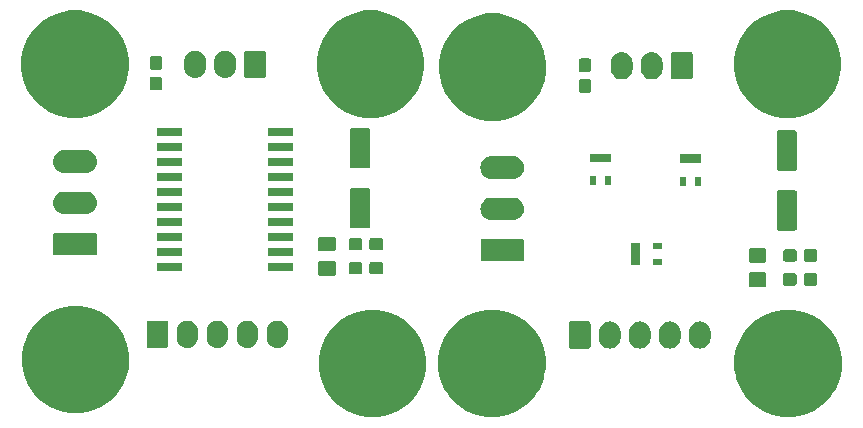
<source format=gts>
G04 #@! TF.GenerationSoftware,KiCad,Pcbnew,5.0.2+dfsg1-1~bpo9+1*
G04 #@! TF.CreationDate,2019-11-03T17:14:50+01:00*
G04 #@! TF.ProjectId,HALF_DUPLEX_UART,48414c46-5f44-4555-904c-45585f554152,rev?*
G04 #@! TF.SameCoordinates,Original*
G04 #@! TF.FileFunction,Soldermask,Top*
G04 #@! TF.FilePolarity,Negative*
%FSLAX46Y46*%
G04 Gerber Fmt 4.6, Leading zero omitted, Abs format (unit mm)*
G04 Created by KiCad (PCBNEW 5.0.2+dfsg1-1~bpo9+1) date dim. 03 nov. 2019 17:14:50 CET*
%MOMM*%
%LPD*%
G01*
G04 APERTURE LIST*
%ADD10C,0.100000*%
G04 APERTURE END LIST*
D10*
G36*
X144646975Y-116210392D02*
X144646977Y-116210393D01*
X144646978Y-116210393D01*
X145475207Y-116553456D01*
X146180906Y-117024990D01*
X146220596Y-117051510D01*
X146854490Y-117685404D01*
X146854492Y-117685407D01*
X147352544Y-118430793D01*
X147695395Y-119258510D01*
X147695608Y-119259025D01*
X147870500Y-120138264D01*
X147870500Y-121034736D01*
X147758763Y-121596475D01*
X147695607Y-121913978D01*
X147352544Y-122742207D01*
X147066639Y-123170093D01*
X146854490Y-123487596D01*
X146220596Y-124121490D01*
X146220593Y-124121492D01*
X145475207Y-124619544D01*
X144646978Y-124962607D01*
X144646977Y-124962607D01*
X144646975Y-124962608D01*
X143767736Y-125137500D01*
X142871264Y-125137500D01*
X141992025Y-124962608D01*
X141992023Y-124962607D01*
X141992022Y-124962607D01*
X141163793Y-124619544D01*
X140418407Y-124121492D01*
X140418404Y-124121490D01*
X139784510Y-123487596D01*
X139572361Y-123170093D01*
X139286456Y-122742207D01*
X138943393Y-121913978D01*
X138880238Y-121596475D01*
X138768500Y-121034736D01*
X138768500Y-120138264D01*
X138943392Y-119259025D01*
X138943605Y-119258510D01*
X139286456Y-118430793D01*
X139784508Y-117685407D01*
X139784510Y-117685404D01*
X140418404Y-117051510D01*
X140458094Y-117024990D01*
X141163793Y-116553456D01*
X141992022Y-116210393D01*
X141992023Y-116210393D01*
X141992025Y-116210392D01*
X142871264Y-116035500D01*
X143767736Y-116035500D01*
X144646975Y-116210392D01*
X144646975Y-116210392D01*
G37*
G36*
X154743475Y-116210392D02*
X154743477Y-116210393D01*
X154743478Y-116210393D01*
X155571707Y-116553456D01*
X156277406Y-117024990D01*
X156317096Y-117051510D01*
X156950990Y-117685404D01*
X156950992Y-117685407D01*
X157449044Y-118430793D01*
X157791895Y-119258510D01*
X157792108Y-119259025D01*
X157967000Y-120138264D01*
X157967000Y-121034736D01*
X157855263Y-121596475D01*
X157792107Y-121913978D01*
X157449044Y-122742207D01*
X157163139Y-123170093D01*
X156950990Y-123487596D01*
X156317096Y-124121490D01*
X156317093Y-124121492D01*
X155571707Y-124619544D01*
X154743478Y-124962607D01*
X154743477Y-124962607D01*
X154743475Y-124962608D01*
X153864236Y-125137500D01*
X152967764Y-125137500D01*
X152088525Y-124962608D01*
X152088523Y-124962607D01*
X152088522Y-124962607D01*
X151260293Y-124619544D01*
X150514907Y-124121492D01*
X150514904Y-124121490D01*
X149881010Y-123487596D01*
X149668861Y-123170093D01*
X149382956Y-122742207D01*
X149039893Y-121913978D01*
X148976738Y-121596475D01*
X148865000Y-121034736D01*
X148865000Y-120138264D01*
X149039892Y-119259025D01*
X149040105Y-119258510D01*
X149382956Y-118430793D01*
X149881008Y-117685407D01*
X149881010Y-117685404D01*
X150514904Y-117051510D01*
X150554594Y-117024990D01*
X151260293Y-116553456D01*
X152088522Y-116210393D01*
X152088523Y-116210393D01*
X152088525Y-116210392D01*
X152967764Y-116035500D01*
X153864236Y-116035500D01*
X154743475Y-116210392D01*
X154743475Y-116210392D01*
G37*
G36*
X179825975Y-116210392D02*
X179825977Y-116210393D01*
X179825978Y-116210393D01*
X180654207Y-116553456D01*
X181359906Y-117024990D01*
X181399596Y-117051510D01*
X182033490Y-117685404D01*
X182033492Y-117685407D01*
X182531544Y-118430793D01*
X182874395Y-119258510D01*
X182874608Y-119259025D01*
X183049500Y-120138264D01*
X183049500Y-121034736D01*
X182937763Y-121596475D01*
X182874607Y-121913978D01*
X182531544Y-122742207D01*
X182245639Y-123170093D01*
X182033490Y-123487596D01*
X181399596Y-124121490D01*
X181399593Y-124121492D01*
X180654207Y-124619544D01*
X179825978Y-124962607D01*
X179825977Y-124962607D01*
X179825975Y-124962608D01*
X178946736Y-125137500D01*
X178050264Y-125137500D01*
X177171025Y-124962608D01*
X177171023Y-124962607D01*
X177171022Y-124962607D01*
X176342793Y-124619544D01*
X175597407Y-124121492D01*
X175597404Y-124121490D01*
X174963510Y-123487596D01*
X174751361Y-123170093D01*
X174465456Y-122742207D01*
X174122393Y-121913978D01*
X174059238Y-121596475D01*
X173947500Y-121034736D01*
X173947500Y-120138264D01*
X174122392Y-119259025D01*
X174122605Y-119258510D01*
X174465456Y-118430793D01*
X174963508Y-117685407D01*
X174963510Y-117685404D01*
X175597404Y-117051510D01*
X175637094Y-117024990D01*
X176342793Y-116553456D01*
X177171022Y-116210393D01*
X177171023Y-116210393D01*
X177171025Y-116210392D01*
X178050264Y-116035500D01*
X178946736Y-116035500D01*
X179825975Y-116210392D01*
X179825975Y-116210392D01*
G37*
G36*
X119500975Y-115892892D02*
X119500977Y-115892893D01*
X119500978Y-115892893D01*
X120329207Y-116235956D01*
X121071227Y-116731759D01*
X121074596Y-116734010D01*
X121708490Y-117367904D01*
X121708492Y-117367907D01*
X122206544Y-118113293D01*
X122473448Y-118757658D01*
X122549608Y-118941525D01*
X122724500Y-119820764D01*
X122724500Y-120717236D01*
X122661346Y-121034734D01*
X122549607Y-121596478D01*
X122206544Y-122424707D01*
X121710741Y-123166727D01*
X121708490Y-123170096D01*
X121074596Y-123803990D01*
X121074593Y-123803992D01*
X120329207Y-124302044D01*
X119500978Y-124645107D01*
X119500977Y-124645107D01*
X119500975Y-124645108D01*
X118621736Y-124820000D01*
X117725264Y-124820000D01*
X116846025Y-124645108D01*
X116846023Y-124645107D01*
X116846022Y-124645107D01*
X116017793Y-124302044D01*
X115272407Y-123803992D01*
X115272404Y-123803990D01*
X114638510Y-123170096D01*
X114636259Y-123166727D01*
X114140456Y-122424707D01*
X113797393Y-121596478D01*
X113685655Y-121034734D01*
X113622500Y-120717236D01*
X113622500Y-119820764D01*
X113797392Y-118941525D01*
X113873552Y-118757658D01*
X114140456Y-118113293D01*
X114638508Y-117367907D01*
X114638510Y-117367904D01*
X115272404Y-116734010D01*
X115275773Y-116731759D01*
X116017793Y-116235956D01*
X116846022Y-115892893D01*
X116846023Y-115892893D01*
X116846025Y-115892892D01*
X117725264Y-115718000D01*
X118621736Y-115718000D01*
X119500975Y-115892892D01*
X119500975Y-115892892D01*
G37*
G36*
X171186047Y-117035826D02*
X171290847Y-117067617D01*
X171359657Y-117088490D01*
X171418014Y-117119683D01*
X171519655Y-117174011D01*
X171659896Y-117289104D01*
X171774989Y-117429344D01*
X171814798Y-117503821D01*
X171860510Y-117589342D01*
X171878065Y-117647213D01*
X171913174Y-117762952D01*
X171926500Y-117898256D01*
X171926500Y-118448743D01*
X171913174Y-118584048D01*
X171860510Y-118757657D01*
X171774989Y-118917656D01*
X171659896Y-119057896D01*
X171519656Y-119172989D01*
X171501615Y-119182632D01*
X171359658Y-119258510D01*
X171313051Y-119272648D01*
X171186048Y-119311174D01*
X171005500Y-119328956D01*
X170824953Y-119311174D01*
X170697950Y-119272648D01*
X170651343Y-119258510D01*
X170509386Y-119182632D01*
X170491345Y-119172989D01*
X170351105Y-119057896D01*
X170236012Y-118917656D01*
X170196203Y-118843180D01*
X170150490Y-118757658D01*
X170131227Y-118694157D01*
X170097826Y-118584048D01*
X170084500Y-118448744D01*
X170084500Y-117898257D01*
X170097826Y-117762953D01*
X170150490Y-117589344D01*
X170150490Y-117589343D01*
X170184432Y-117525842D01*
X170236011Y-117429345D01*
X170351104Y-117289104D01*
X170491344Y-117174011D01*
X170587948Y-117122375D01*
X170651342Y-117088490D01*
X170720152Y-117067617D01*
X170824952Y-117035826D01*
X171005500Y-117018044D01*
X171186047Y-117035826D01*
X171186047Y-117035826D01*
G37*
G36*
X166106047Y-117035826D02*
X166210847Y-117067617D01*
X166279657Y-117088490D01*
X166338014Y-117119683D01*
X166439655Y-117174011D01*
X166579896Y-117289104D01*
X166694989Y-117429344D01*
X166734798Y-117503821D01*
X166780510Y-117589342D01*
X166798065Y-117647213D01*
X166833174Y-117762952D01*
X166846500Y-117898256D01*
X166846500Y-118448743D01*
X166833174Y-118584048D01*
X166780510Y-118757657D01*
X166694989Y-118917656D01*
X166579896Y-119057896D01*
X166439656Y-119172989D01*
X166421615Y-119182632D01*
X166279658Y-119258510D01*
X166233051Y-119272648D01*
X166106048Y-119311174D01*
X165925500Y-119328956D01*
X165744953Y-119311174D01*
X165617950Y-119272648D01*
X165571343Y-119258510D01*
X165429386Y-119182632D01*
X165411345Y-119172989D01*
X165271105Y-119057896D01*
X165156012Y-118917656D01*
X165116203Y-118843180D01*
X165070490Y-118757658D01*
X165051227Y-118694157D01*
X165017826Y-118584048D01*
X165004500Y-118448744D01*
X165004500Y-117898257D01*
X165017826Y-117762953D01*
X165070490Y-117589344D01*
X165070490Y-117589343D01*
X165104432Y-117525842D01*
X165156011Y-117429345D01*
X165271104Y-117289104D01*
X165411344Y-117174011D01*
X165507948Y-117122375D01*
X165571342Y-117088490D01*
X165640152Y-117067617D01*
X165744952Y-117035826D01*
X165925500Y-117018044D01*
X166106047Y-117035826D01*
X166106047Y-117035826D01*
G37*
G36*
X163566047Y-117035826D02*
X163670847Y-117067617D01*
X163739657Y-117088490D01*
X163798014Y-117119683D01*
X163899655Y-117174011D01*
X164039896Y-117289104D01*
X164154989Y-117429344D01*
X164194798Y-117503821D01*
X164240510Y-117589342D01*
X164258065Y-117647213D01*
X164293174Y-117762952D01*
X164306500Y-117898256D01*
X164306500Y-118448743D01*
X164293174Y-118584048D01*
X164240510Y-118757657D01*
X164154989Y-118917656D01*
X164039896Y-119057896D01*
X163899656Y-119172989D01*
X163881615Y-119182632D01*
X163739658Y-119258510D01*
X163693051Y-119272648D01*
X163566048Y-119311174D01*
X163385500Y-119328956D01*
X163204953Y-119311174D01*
X163077950Y-119272648D01*
X163031343Y-119258510D01*
X162889386Y-119182632D01*
X162871345Y-119172989D01*
X162731105Y-119057896D01*
X162616012Y-118917656D01*
X162576203Y-118843180D01*
X162530490Y-118757658D01*
X162511227Y-118694157D01*
X162477826Y-118584048D01*
X162464500Y-118448744D01*
X162464500Y-117898257D01*
X162477826Y-117762953D01*
X162530490Y-117589344D01*
X162530490Y-117589343D01*
X162564432Y-117525842D01*
X162616011Y-117429345D01*
X162731104Y-117289104D01*
X162871344Y-117174011D01*
X162967948Y-117122375D01*
X163031342Y-117088490D01*
X163100152Y-117067617D01*
X163204952Y-117035826D01*
X163385500Y-117018044D01*
X163566047Y-117035826D01*
X163566047Y-117035826D01*
G37*
G36*
X168646047Y-117035826D02*
X168750847Y-117067617D01*
X168819657Y-117088490D01*
X168878014Y-117119683D01*
X168979655Y-117174011D01*
X169119896Y-117289104D01*
X169234989Y-117429344D01*
X169274798Y-117503821D01*
X169320510Y-117589342D01*
X169338065Y-117647213D01*
X169373174Y-117762952D01*
X169386500Y-117898256D01*
X169386500Y-118448743D01*
X169373174Y-118584048D01*
X169320510Y-118757657D01*
X169234989Y-118917656D01*
X169119896Y-119057896D01*
X168979656Y-119172989D01*
X168961615Y-119182632D01*
X168819658Y-119258510D01*
X168773051Y-119272648D01*
X168646048Y-119311174D01*
X168465500Y-119328956D01*
X168284953Y-119311174D01*
X168157950Y-119272648D01*
X168111343Y-119258510D01*
X167969386Y-119182632D01*
X167951345Y-119172989D01*
X167811105Y-119057896D01*
X167696012Y-118917656D01*
X167656203Y-118843180D01*
X167610490Y-118757658D01*
X167591227Y-118694157D01*
X167557826Y-118584048D01*
X167544500Y-118448744D01*
X167544500Y-117898257D01*
X167557826Y-117762953D01*
X167610490Y-117589344D01*
X167610490Y-117589343D01*
X167644432Y-117525842D01*
X167696011Y-117429345D01*
X167811104Y-117289104D01*
X167951344Y-117174011D01*
X168047948Y-117122375D01*
X168111342Y-117088490D01*
X168180152Y-117067617D01*
X168284952Y-117035826D01*
X168465500Y-117018044D01*
X168646047Y-117035826D01*
X168646047Y-117035826D01*
G37*
G36*
X161625060Y-117026466D02*
X161657883Y-117036423D01*
X161688132Y-117052592D01*
X161714648Y-117074352D01*
X161736408Y-117100868D01*
X161752577Y-117131117D01*
X161762534Y-117163940D01*
X161766500Y-117204212D01*
X161766500Y-119142788D01*
X161762534Y-119183060D01*
X161752577Y-119215883D01*
X161736408Y-119246132D01*
X161714648Y-119272648D01*
X161688132Y-119294408D01*
X161657883Y-119310577D01*
X161625060Y-119320534D01*
X161584788Y-119324500D01*
X160106212Y-119324500D01*
X160065940Y-119320534D01*
X160033117Y-119310577D01*
X160002868Y-119294408D01*
X159976352Y-119272648D01*
X159954592Y-119246132D01*
X159938423Y-119215883D01*
X159928466Y-119183060D01*
X159924500Y-119142788D01*
X159924500Y-117204212D01*
X159928466Y-117163940D01*
X159938423Y-117131117D01*
X159954592Y-117100868D01*
X159976352Y-117074352D01*
X160002868Y-117052592D01*
X160033117Y-117036423D01*
X160065940Y-117026466D01*
X160106212Y-117022500D01*
X161584788Y-117022500D01*
X161625060Y-117026466D01*
X161625060Y-117026466D01*
G37*
G36*
X127815547Y-116972326D02*
X127931286Y-117007435D01*
X127989157Y-117024990D01*
X128038768Y-117051508D01*
X128149155Y-117110511D01*
X128289396Y-117225604D01*
X128404489Y-117365844D01*
X128438430Y-117429343D01*
X128490010Y-117525842D01*
X128507565Y-117583713D01*
X128542674Y-117699452D01*
X128556000Y-117834756D01*
X128556000Y-118385243D01*
X128542674Y-118520548D01*
X128490010Y-118694157D01*
X128404489Y-118854156D01*
X128289396Y-118994396D01*
X128149156Y-119109489D01*
X128130314Y-119119560D01*
X127989158Y-119195010D01*
X127950027Y-119206880D01*
X127815548Y-119247674D01*
X127635000Y-119265456D01*
X127454453Y-119247674D01*
X127319974Y-119206880D01*
X127280843Y-119195010D01*
X127139687Y-119119560D01*
X127120845Y-119109489D01*
X126980605Y-118994396D01*
X126865512Y-118854156D01*
X126813932Y-118757657D01*
X126779990Y-118694158D01*
X126746588Y-118584045D01*
X126727326Y-118520548D01*
X126714000Y-118385244D01*
X126714000Y-117834757D01*
X126727326Y-117699453D01*
X126779990Y-117525844D01*
X126779990Y-117525843D01*
X126831570Y-117429345D01*
X126865511Y-117365845D01*
X126980604Y-117225604D01*
X127120844Y-117110511D01*
X127231231Y-117051508D01*
X127280842Y-117024990D01*
X127338713Y-117007435D01*
X127454452Y-116972326D01*
X127635000Y-116954544D01*
X127815547Y-116972326D01*
X127815547Y-116972326D01*
G37*
G36*
X130355547Y-116972326D02*
X130471286Y-117007435D01*
X130529157Y-117024990D01*
X130578768Y-117051508D01*
X130689155Y-117110511D01*
X130829396Y-117225604D01*
X130944489Y-117365844D01*
X130978430Y-117429343D01*
X131030010Y-117525842D01*
X131047565Y-117583713D01*
X131082674Y-117699452D01*
X131096000Y-117834756D01*
X131096000Y-118385243D01*
X131082674Y-118520548D01*
X131030010Y-118694157D01*
X130944489Y-118854156D01*
X130829396Y-118994396D01*
X130689156Y-119109489D01*
X130670314Y-119119560D01*
X130529158Y-119195010D01*
X130490027Y-119206880D01*
X130355548Y-119247674D01*
X130175000Y-119265456D01*
X129994453Y-119247674D01*
X129859974Y-119206880D01*
X129820843Y-119195010D01*
X129679687Y-119119560D01*
X129660845Y-119109489D01*
X129520605Y-118994396D01*
X129405512Y-118854156D01*
X129353932Y-118757657D01*
X129319990Y-118694158D01*
X129286588Y-118584045D01*
X129267326Y-118520548D01*
X129254000Y-118385244D01*
X129254000Y-117834757D01*
X129267326Y-117699453D01*
X129319990Y-117525844D01*
X129319990Y-117525843D01*
X129371570Y-117429345D01*
X129405511Y-117365845D01*
X129520604Y-117225604D01*
X129660844Y-117110511D01*
X129771231Y-117051508D01*
X129820842Y-117024990D01*
X129878713Y-117007435D01*
X129994452Y-116972326D01*
X130175000Y-116954544D01*
X130355547Y-116972326D01*
X130355547Y-116972326D01*
G37*
G36*
X132895547Y-116972326D02*
X133011286Y-117007435D01*
X133069157Y-117024990D01*
X133118768Y-117051508D01*
X133229155Y-117110511D01*
X133369396Y-117225604D01*
X133484489Y-117365844D01*
X133518430Y-117429343D01*
X133570010Y-117525842D01*
X133587565Y-117583713D01*
X133622674Y-117699452D01*
X133636000Y-117834756D01*
X133636000Y-118385243D01*
X133622674Y-118520548D01*
X133570010Y-118694157D01*
X133484489Y-118854156D01*
X133369396Y-118994396D01*
X133229156Y-119109489D01*
X133210314Y-119119560D01*
X133069158Y-119195010D01*
X133030027Y-119206880D01*
X132895548Y-119247674D01*
X132715000Y-119265456D01*
X132534453Y-119247674D01*
X132399974Y-119206880D01*
X132360843Y-119195010D01*
X132219687Y-119119560D01*
X132200845Y-119109489D01*
X132060605Y-118994396D01*
X131945512Y-118854156D01*
X131893932Y-118757657D01*
X131859990Y-118694158D01*
X131826588Y-118584045D01*
X131807326Y-118520548D01*
X131794000Y-118385244D01*
X131794000Y-117834757D01*
X131807326Y-117699453D01*
X131859990Y-117525844D01*
X131859990Y-117525843D01*
X131911570Y-117429345D01*
X131945511Y-117365845D01*
X132060604Y-117225604D01*
X132200844Y-117110511D01*
X132311231Y-117051508D01*
X132360842Y-117024990D01*
X132418713Y-117007435D01*
X132534452Y-116972326D01*
X132715000Y-116954544D01*
X132895547Y-116972326D01*
X132895547Y-116972326D01*
G37*
G36*
X135435547Y-116972326D02*
X135551286Y-117007435D01*
X135609157Y-117024990D01*
X135658768Y-117051508D01*
X135769155Y-117110511D01*
X135909396Y-117225604D01*
X136024489Y-117365844D01*
X136058430Y-117429343D01*
X136110010Y-117525842D01*
X136127565Y-117583713D01*
X136162674Y-117699452D01*
X136176000Y-117834756D01*
X136176000Y-118385243D01*
X136162674Y-118520548D01*
X136110010Y-118694157D01*
X136024489Y-118854156D01*
X135909396Y-118994396D01*
X135769156Y-119109489D01*
X135750314Y-119119560D01*
X135609158Y-119195010D01*
X135570027Y-119206880D01*
X135435548Y-119247674D01*
X135255000Y-119265456D01*
X135074453Y-119247674D01*
X134939974Y-119206880D01*
X134900843Y-119195010D01*
X134759687Y-119119560D01*
X134740845Y-119109489D01*
X134600605Y-118994396D01*
X134485512Y-118854156D01*
X134433932Y-118757657D01*
X134399990Y-118694158D01*
X134366588Y-118584045D01*
X134347326Y-118520548D01*
X134334000Y-118385244D01*
X134334000Y-117834757D01*
X134347326Y-117699453D01*
X134399990Y-117525844D01*
X134399990Y-117525843D01*
X134451570Y-117429345D01*
X134485511Y-117365845D01*
X134600604Y-117225604D01*
X134740844Y-117110511D01*
X134851231Y-117051508D01*
X134900842Y-117024990D01*
X134958713Y-117007435D01*
X135074452Y-116972326D01*
X135255000Y-116954544D01*
X135435547Y-116972326D01*
X135435547Y-116972326D01*
G37*
G36*
X125874560Y-116962966D02*
X125907383Y-116972923D01*
X125937632Y-116989092D01*
X125964148Y-117010852D01*
X125985908Y-117037368D01*
X126002077Y-117067617D01*
X126012034Y-117100440D01*
X126016000Y-117140712D01*
X126016000Y-119079288D01*
X126012034Y-119119560D01*
X126002077Y-119152383D01*
X125985908Y-119182632D01*
X125964148Y-119209148D01*
X125937632Y-119230908D01*
X125907383Y-119247077D01*
X125874560Y-119257034D01*
X125834288Y-119261000D01*
X124355712Y-119261000D01*
X124315440Y-119257034D01*
X124282617Y-119247077D01*
X124252368Y-119230908D01*
X124225852Y-119209148D01*
X124204092Y-119182632D01*
X124187923Y-119152383D01*
X124177966Y-119119560D01*
X124174000Y-119079288D01*
X124174000Y-117140712D01*
X124177966Y-117100440D01*
X124187923Y-117067617D01*
X124204092Y-117037368D01*
X124225852Y-117010852D01*
X124252368Y-116989092D01*
X124282617Y-116972923D01*
X124315440Y-116962966D01*
X124355712Y-116959000D01*
X125834288Y-116959000D01*
X125874560Y-116962966D01*
X125874560Y-116962966D01*
G37*
G36*
X176483677Y-112861965D02*
X176521364Y-112873398D01*
X176556103Y-112891966D01*
X176586548Y-112916952D01*
X176611534Y-112947397D01*
X176630102Y-112982136D01*
X176641535Y-113019823D01*
X176646000Y-113065161D01*
X176646000Y-113901839D01*
X176641535Y-113947177D01*
X176630102Y-113984864D01*
X176611534Y-114019603D01*
X176586548Y-114050048D01*
X176556103Y-114075034D01*
X176521364Y-114093602D01*
X176483677Y-114105035D01*
X176438339Y-114109500D01*
X175351661Y-114109500D01*
X175306323Y-114105035D01*
X175268636Y-114093602D01*
X175233897Y-114075034D01*
X175203452Y-114050048D01*
X175178466Y-114019603D01*
X175159898Y-113984864D01*
X175148465Y-113947177D01*
X175144000Y-113901839D01*
X175144000Y-113065161D01*
X175148465Y-113019823D01*
X175159898Y-112982136D01*
X175178466Y-112947397D01*
X175203452Y-112916952D01*
X175233897Y-112891966D01*
X175268636Y-112873398D01*
X175306323Y-112861965D01*
X175351661Y-112857500D01*
X176438339Y-112857500D01*
X176483677Y-112861965D01*
X176483677Y-112861965D01*
G37*
G36*
X180803999Y-112952945D02*
X180841493Y-112964319D01*
X180876057Y-112982794D01*
X180906347Y-113007653D01*
X180931206Y-113037943D01*
X180949681Y-113072507D01*
X180961055Y-113110001D01*
X180965500Y-113155138D01*
X180965500Y-113793862D01*
X180961055Y-113838999D01*
X180949681Y-113876493D01*
X180931206Y-113911057D01*
X180906347Y-113941347D01*
X180876057Y-113966206D01*
X180841493Y-113984681D01*
X180803999Y-113996055D01*
X180758862Y-114000500D01*
X180020138Y-114000500D01*
X179975001Y-113996055D01*
X179937507Y-113984681D01*
X179902943Y-113966206D01*
X179872653Y-113941347D01*
X179847794Y-113911057D01*
X179829319Y-113876493D01*
X179817945Y-113838999D01*
X179813500Y-113793862D01*
X179813500Y-113155138D01*
X179817945Y-113110001D01*
X179829319Y-113072507D01*
X179847794Y-113037943D01*
X179872653Y-113007653D01*
X179902943Y-112982794D01*
X179937507Y-112964319D01*
X179975001Y-112952945D01*
X180020138Y-112948500D01*
X180758862Y-112948500D01*
X180803999Y-112952945D01*
X180803999Y-112952945D01*
G37*
G36*
X179053999Y-112952945D02*
X179091493Y-112964319D01*
X179126057Y-112982794D01*
X179156347Y-113007653D01*
X179181206Y-113037943D01*
X179199681Y-113072507D01*
X179211055Y-113110001D01*
X179215500Y-113155138D01*
X179215500Y-113793862D01*
X179211055Y-113838999D01*
X179199681Y-113876493D01*
X179181206Y-113911057D01*
X179156347Y-113941347D01*
X179126057Y-113966206D01*
X179091493Y-113984681D01*
X179053999Y-113996055D01*
X179008862Y-114000500D01*
X178270138Y-114000500D01*
X178225001Y-113996055D01*
X178187507Y-113984681D01*
X178152943Y-113966206D01*
X178122653Y-113941347D01*
X178097794Y-113911057D01*
X178079319Y-113876493D01*
X178067945Y-113838999D01*
X178063500Y-113793862D01*
X178063500Y-113155138D01*
X178067945Y-113110001D01*
X178079319Y-113072507D01*
X178097794Y-113037943D01*
X178122653Y-113007653D01*
X178152943Y-112982794D01*
X178187507Y-112964319D01*
X178225001Y-112952945D01*
X178270138Y-112948500D01*
X179008862Y-112948500D01*
X179053999Y-112952945D01*
X179053999Y-112952945D01*
G37*
G36*
X140034677Y-111909465D02*
X140072364Y-111920898D01*
X140107103Y-111939466D01*
X140137548Y-111964452D01*
X140162534Y-111994897D01*
X140181102Y-112029636D01*
X140192535Y-112067323D01*
X140197000Y-112112661D01*
X140197000Y-112949339D01*
X140192535Y-112994677D01*
X140181102Y-113032364D01*
X140162534Y-113067103D01*
X140137548Y-113097548D01*
X140107103Y-113122534D01*
X140072364Y-113141102D01*
X140034677Y-113152535D01*
X139989339Y-113157000D01*
X138902661Y-113157000D01*
X138857323Y-113152535D01*
X138819636Y-113141102D01*
X138784897Y-113122534D01*
X138754452Y-113097548D01*
X138729466Y-113067103D01*
X138710898Y-113032364D01*
X138699465Y-112994677D01*
X138695000Y-112949339D01*
X138695000Y-112112661D01*
X138699465Y-112067323D01*
X138710898Y-112029636D01*
X138729466Y-111994897D01*
X138754452Y-111964452D01*
X138784897Y-111939466D01*
X138819636Y-111920898D01*
X138857323Y-111909465D01*
X138902661Y-111905000D01*
X139989339Y-111905000D01*
X140034677Y-111909465D01*
X140034677Y-111909465D01*
G37*
G36*
X142287499Y-112000445D02*
X142324993Y-112011819D01*
X142359557Y-112030294D01*
X142389847Y-112055153D01*
X142414706Y-112085443D01*
X142433181Y-112120007D01*
X142444555Y-112157501D01*
X142449000Y-112202638D01*
X142449000Y-112841362D01*
X142444555Y-112886499D01*
X142433181Y-112923993D01*
X142414706Y-112958557D01*
X142389847Y-112988847D01*
X142359557Y-113013706D01*
X142324993Y-113032181D01*
X142287499Y-113043555D01*
X142242362Y-113048000D01*
X141503638Y-113048000D01*
X141458501Y-113043555D01*
X141421007Y-113032181D01*
X141386443Y-113013706D01*
X141356153Y-112988847D01*
X141331294Y-112958557D01*
X141312819Y-112923993D01*
X141301445Y-112886499D01*
X141297000Y-112841362D01*
X141297000Y-112202638D01*
X141301445Y-112157501D01*
X141312819Y-112120007D01*
X141331294Y-112085443D01*
X141356153Y-112055153D01*
X141386443Y-112030294D01*
X141421007Y-112011819D01*
X141458501Y-112000445D01*
X141503638Y-111996000D01*
X142242362Y-111996000D01*
X142287499Y-112000445D01*
X142287499Y-112000445D01*
G37*
G36*
X144037499Y-112000445D02*
X144074993Y-112011819D01*
X144109557Y-112030294D01*
X144139847Y-112055153D01*
X144164706Y-112085443D01*
X144183181Y-112120007D01*
X144194555Y-112157501D01*
X144199000Y-112202638D01*
X144199000Y-112841362D01*
X144194555Y-112886499D01*
X144183181Y-112923993D01*
X144164706Y-112958557D01*
X144139847Y-112988847D01*
X144109557Y-113013706D01*
X144074993Y-113032181D01*
X144037499Y-113043555D01*
X143992362Y-113048000D01*
X143253638Y-113048000D01*
X143208501Y-113043555D01*
X143171007Y-113032181D01*
X143136443Y-113013706D01*
X143106153Y-112988847D01*
X143081294Y-112958557D01*
X143062819Y-112923993D01*
X143051445Y-112886499D01*
X143047000Y-112841362D01*
X143047000Y-112202638D01*
X143051445Y-112157501D01*
X143062819Y-112120007D01*
X143081294Y-112085443D01*
X143106153Y-112055153D01*
X143136443Y-112030294D01*
X143171007Y-112011819D01*
X143208501Y-112000445D01*
X143253638Y-111996000D01*
X143992362Y-111996000D01*
X144037499Y-112000445D01*
X144037499Y-112000445D01*
G37*
G36*
X127136000Y-112746000D02*
X125084000Y-112746000D01*
X125084000Y-112044000D01*
X127136000Y-112044000D01*
X127136000Y-112746000D01*
X127136000Y-112746000D01*
G37*
G36*
X136536000Y-112746000D02*
X134484000Y-112746000D01*
X134484000Y-112044000D01*
X136536000Y-112044000D01*
X136536000Y-112746000D01*
X136536000Y-112746000D01*
G37*
G36*
X165923000Y-112216500D02*
X165171000Y-112216500D01*
X165171000Y-110414500D01*
X165923000Y-110414500D01*
X165923000Y-112216500D01*
X165923000Y-112216500D01*
G37*
G36*
X167823000Y-112216500D02*
X167071000Y-112216500D01*
X167071000Y-111714500D01*
X167823000Y-111714500D01*
X167823000Y-112216500D01*
X167823000Y-112216500D01*
G37*
G36*
X176483677Y-110811965D02*
X176521364Y-110823398D01*
X176556103Y-110841966D01*
X176586548Y-110866952D01*
X176611534Y-110897397D01*
X176630102Y-110932136D01*
X176641535Y-110969823D01*
X176646000Y-111015161D01*
X176646000Y-111851839D01*
X176641535Y-111897177D01*
X176630102Y-111934864D01*
X176611534Y-111969603D01*
X176586548Y-112000048D01*
X176556103Y-112025034D01*
X176521364Y-112043602D01*
X176483677Y-112055035D01*
X176438339Y-112059500D01*
X175351661Y-112059500D01*
X175306323Y-112055035D01*
X175268636Y-112043602D01*
X175233897Y-112025034D01*
X175203452Y-112000048D01*
X175178466Y-111969603D01*
X175159898Y-111934864D01*
X175148465Y-111897177D01*
X175144000Y-111851839D01*
X175144000Y-111015161D01*
X175148465Y-110969823D01*
X175159898Y-110932136D01*
X175178466Y-110897397D01*
X175203452Y-110866952D01*
X175233897Y-110841966D01*
X175268636Y-110823398D01*
X175306323Y-110811965D01*
X175351661Y-110807500D01*
X176438339Y-110807500D01*
X176483677Y-110811965D01*
X176483677Y-110811965D01*
G37*
G36*
X179067999Y-110920945D02*
X179105493Y-110932319D01*
X179140057Y-110950794D01*
X179170347Y-110975653D01*
X179195206Y-111005943D01*
X179213681Y-111040507D01*
X179225055Y-111078001D01*
X179229500Y-111123138D01*
X179229500Y-111761862D01*
X179225055Y-111806999D01*
X179213681Y-111844493D01*
X179195206Y-111879057D01*
X179170347Y-111909347D01*
X179140057Y-111934206D01*
X179105493Y-111952681D01*
X179067999Y-111964055D01*
X179022862Y-111968500D01*
X178284138Y-111968500D01*
X178239001Y-111964055D01*
X178201507Y-111952681D01*
X178166943Y-111934206D01*
X178136653Y-111909347D01*
X178111794Y-111879057D01*
X178093319Y-111844493D01*
X178081945Y-111806999D01*
X178077500Y-111761862D01*
X178077500Y-111123138D01*
X178081945Y-111078001D01*
X178093319Y-111040507D01*
X178111794Y-111005943D01*
X178136653Y-110975653D01*
X178166943Y-110950794D01*
X178201507Y-110932319D01*
X178239001Y-110920945D01*
X178284138Y-110916500D01*
X179022862Y-110916500D01*
X179067999Y-110920945D01*
X179067999Y-110920945D01*
G37*
G36*
X180817999Y-110920945D02*
X180855493Y-110932319D01*
X180890057Y-110950794D01*
X180920347Y-110975653D01*
X180945206Y-111005943D01*
X180963681Y-111040507D01*
X180975055Y-111078001D01*
X180979500Y-111123138D01*
X180979500Y-111761862D01*
X180975055Y-111806999D01*
X180963681Y-111844493D01*
X180945206Y-111879057D01*
X180920347Y-111909347D01*
X180890057Y-111934206D01*
X180855493Y-111952681D01*
X180817999Y-111964055D01*
X180772862Y-111968500D01*
X180034138Y-111968500D01*
X179989001Y-111964055D01*
X179951507Y-111952681D01*
X179916943Y-111934206D01*
X179886653Y-111909347D01*
X179861794Y-111879057D01*
X179843319Y-111844493D01*
X179831945Y-111806999D01*
X179827500Y-111761862D01*
X179827500Y-111123138D01*
X179831945Y-111078001D01*
X179843319Y-111040507D01*
X179861794Y-111005943D01*
X179886653Y-110975653D01*
X179916943Y-110950794D01*
X179951507Y-110932319D01*
X179989001Y-110920945D01*
X180034138Y-110916500D01*
X180772862Y-110916500D01*
X180817999Y-110920945D01*
X180817999Y-110920945D01*
G37*
G36*
X156015918Y-110050934D02*
X156048424Y-110060795D01*
X156078383Y-110076808D01*
X156104641Y-110098359D01*
X156126192Y-110124617D01*
X156142205Y-110154576D01*
X156152066Y-110187082D01*
X156156000Y-110227029D01*
X156156000Y-111768971D01*
X156152066Y-111808918D01*
X156142205Y-111841424D01*
X156126192Y-111871383D01*
X156104641Y-111897641D01*
X156078383Y-111919192D01*
X156048424Y-111935205D01*
X156015918Y-111945066D01*
X155975971Y-111949000D01*
X152634029Y-111949000D01*
X152594082Y-111945066D01*
X152561576Y-111935205D01*
X152531617Y-111919192D01*
X152505359Y-111897641D01*
X152483808Y-111871383D01*
X152467795Y-111841424D01*
X152457934Y-111808918D01*
X152454000Y-111768971D01*
X152454000Y-110227029D01*
X152457934Y-110187082D01*
X152467795Y-110154576D01*
X152483808Y-110124617D01*
X152505359Y-110098359D01*
X152531617Y-110076808D01*
X152561576Y-110060795D01*
X152594082Y-110050934D01*
X152634029Y-110047000D01*
X155975971Y-110047000D01*
X156015918Y-110050934D01*
X156015918Y-110050934D01*
G37*
G36*
X127136000Y-111476000D02*
X125084000Y-111476000D01*
X125084000Y-110774000D01*
X127136000Y-110774000D01*
X127136000Y-111476000D01*
X127136000Y-111476000D01*
G37*
G36*
X136536000Y-111476000D02*
X134484000Y-111476000D01*
X134484000Y-110774000D01*
X136536000Y-110774000D01*
X136536000Y-111476000D01*
X136536000Y-111476000D01*
G37*
G36*
X119820918Y-109542934D02*
X119853424Y-109552795D01*
X119883383Y-109568808D01*
X119909641Y-109590359D01*
X119931192Y-109616617D01*
X119947205Y-109646576D01*
X119957066Y-109679082D01*
X119961000Y-109719029D01*
X119961000Y-111260971D01*
X119957066Y-111300918D01*
X119947205Y-111333424D01*
X119931192Y-111363383D01*
X119909641Y-111389641D01*
X119883383Y-111411192D01*
X119853424Y-111427205D01*
X119820918Y-111437066D01*
X119780971Y-111441000D01*
X116439029Y-111441000D01*
X116399082Y-111437066D01*
X116366576Y-111427205D01*
X116336617Y-111411192D01*
X116310359Y-111389641D01*
X116288808Y-111363383D01*
X116272795Y-111333424D01*
X116262934Y-111300918D01*
X116259000Y-111260971D01*
X116259000Y-109719029D01*
X116262934Y-109679082D01*
X116272795Y-109646576D01*
X116288808Y-109616617D01*
X116310359Y-109590359D01*
X116336617Y-109568808D01*
X116366576Y-109552795D01*
X116399082Y-109542934D01*
X116439029Y-109539000D01*
X119780971Y-109539000D01*
X119820918Y-109542934D01*
X119820918Y-109542934D01*
G37*
G36*
X140034677Y-109859465D02*
X140072364Y-109870898D01*
X140107103Y-109889466D01*
X140137548Y-109914452D01*
X140162534Y-109944897D01*
X140181102Y-109979636D01*
X140192535Y-110017323D01*
X140197000Y-110062661D01*
X140197000Y-110899339D01*
X140192535Y-110944677D01*
X140181102Y-110982364D01*
X140162534Y-111017103D01*
X140137548Y-111047548D01*
X140107103Y-111072534D01*
X140072364Y-111091102D01*
X140034677Y-111102535D01*
X139989339Y-111107000D01*
X138902661Y-111107000D01*
X138857323Y-111102535D01*
X138819636Y-111091102D01*
X138784897Y-111072534D01*
X138754452Y-111047548D01*
X138729466Y-111017103D01*
X138710898Y-110982364D01*
X138699465Y-110944677D01*
X138695000Y-110899339D01*
X138695000Y-110062661D01*
X138699465Y-110017323D01*
X138710898Y-109979636D01*
X138729466Y-109944897D01*
X138754452Y-109914452D01*
X138784897Y-109889466D01*
X138819636Y-109870898D01*
X138857323Y-109859465D01*
X138902661Y-109855000D01*
X139989339Y-109855000D01*
X140034677Y-109859465D01*
X140034677Y-109859465D01*
G37*
G36*
X142287499Y-109968445D02*
X142324993Y-109979819D01*
X142359557Y-109998294D01*
X142389847Y-110023153D01*
X142414706Y-110053443D01*
X142433181Y-110088007D01*
X142444555Y-110125501D01*
X142449000Y-110170638D01*
X142449000Y-110809362D01*
X142444555Y-110854499D01*
X142433181Y-110891993D01*
X142414706Y-110926557D01*
X142389847Y-110956847D01*
X142359557Y-110981706D01*
X142324993Y-111000181D01*
X142287499Y-111011555D01*
X142242362Y-111016000D01*
X141503638Y-111016000D01*
X141458501Y-111011555D01*
X141421007Y-111000181D01*
X141386443Y-110981706D01*
X141356153Y-110956847D01*
X141331294Y-110926557D01*
X141312819Y-110891993D01*
X141301445Y-110854499D01*
X141297000Y-110809362D01*
X141297000Y-110170638D01*
X141301445Y-110125501D01*
X141312819Y-110088007D01*
X141331294Y-110053443D01*
X141356153Y-110023153D01*
X141386443Y-109998294D01*
X141421007Y-109979819D01*
X141458501Y-109968445D01*
X141503638Y-109964000D01*
X142242362Y-109964000D01*
X142287499Y-109968445D01*
X142287499Y-109968445D01*
G37*
G36*
X144037499Y-109968445D02*
X144074993Y-109979819D01*
X144109557Y-109998294D01*
X144139847Y-110023153D01*
X144164706Y-110053443D01*
X144183181Y-110088007D01*
X144194555Y-110125501D01*
X144199000Y-110170638D01*
X144199000Y-110809362D01*
X144194555Y-110854499D01*
X144183181Y-110891993D01*
X144164706Y-110926557D01*
X144139847Y-110956847D01*
X144109557Y-110981706D01*
X144074993Y-111000181D01*
X144037499Y-111011555D01*
X143992362Y-111016000D01*
X143253638Y-111016000D01*
X143208501Y-111011555D01*
X143171007Y-111000181D01*
X143136443Y-110981706D01*
X143106153Y-110956847D01*
X143081294Y-110926557D01*
X143062819Y-110891993D01*
X143051445Y-110854499D01*
X143047000Y-110809362D01*
X143047000Y-110170638D01*
X143051445Y-110125501D01*
X143062819Y-110088007D01*
X143081294Y-110053443D01*
X143106153Y-110023153D01*
X143136443Y-109998294D01*
X143171007Y-109979819D01*
X143208501Y-109968445D01*
X143253638Y-109964000D01*
X143992362Y-109964000D01*
X144037499Y-109968445D01*
X144037499Y-109968445D01*
G37*
G36*
X167823000Y-110916500D02*
X167071000Y-110916500D01*
X167071000Y-110414500D01*
X167823000Y-110414500D01*
X167823000Y-110916500D01*
X167823000Y-110916500D01*
G37*
G36*
X136536000Y-110206000D02*
X134484000Y-110206000D01*
X134484000Y-109504000D01*
X136536000Y-109504000D01*
X136536000Y-110206000D01*
X136536000Y-110206000D01*
G37*
G36*
X127136000Y-110206000D02*
X125084000Y-110206000D01*
X125084000Y-109504000D01*
X127136000Y-109504000D01*
X127136000Y-110206000D01*
X127136000Y-110206000D01*
G37*
G36*
X179077496Y-105920551D02*
X179111153Y-105930761D01*
X179142167Y-105947338D01*
X179169352Y-105969648D01*
X179191662Y-105996833D01*
X179208239Y-106027847D01*
X179218449Y-106061504D01*
X179222500Y-106102638D01*
X179222500Y-109157362D01*
X179218449Y-109198496D01*
X179208239Y-109232153D01*
X179191662Y-109263167D01*
X179169352Y-109290352D01*
X179142167Y-109312662D01*
X179111153Y-109329239D01*
X179077496Y-109339449D01*
X179036362Y-109343500D01*
X177706638Y-109343500D01*
X177665504Y-109339449D01*
X177631847Y-109329239D01*
X177600833Y-109312662D01*
X177573648Y-109290352D01*
X177551338Y-109263167D01*
X177534761Y-109232153D01*
X177524551Y-109198496D01*
X177520500Y-109157362D01*
X177520500Y-106102638D01*
X177524551Y-106061504D01*
X177534761Y-106027847D01*
X177551338Y-105996833D01*
X177573648Y-105969648D01*
X177600833Y-105947338D01*
X177631847Y-105930761D01*
X177665504Y-105920551D01*
X177706638Y-105916500D01*
X179036362Y-105916500D01*
X179077496Y-105920551D01*
X179077496Y-105920551D01*
G37*
G36*
X142945996Y-105730051D02*
X142979653Y-105740261D01*
X143010667Y-105756838D01*
X143037852Y-105779148D01*
X143060162Y-105806333D01*
X143076739Y-105837347D01*
X143086949Y-105871004D01*
X143091000Y-105912138D01*
X143091000Y-108966862D01*
X143086949Y-109007996D01*
X143076739Y-109041653D01*
X143060162Y-109072667D01*
X143037852Y-109099852D01*
X143010667Y-109122162D01*
X142979653Y-109138739D01*
X142945996Y-109148949D01*
X142904862Y-109153000D01*
X141575138Y-109153000D01*
X141534004Y-109148949D01*
X141500347Y-109138739D01*
X141469333Y-109122162D01*
X141442148Y-109099852D01*
X141419838Y-109072667D01*
X141403261Y-109041653D01*
X141393051Y-109007996D01*
X141389000Y-108966862D01*
X141389000Y-105912138D01*
X141393051Y-105871004D01*
X141403261Y-105837347D01*
X141419838Y-105806333D01*
X141442148Y-105779148D01*
X141469333Y-105756838D01*
X141500347Y-105740261D01*
X141534004Y-105730051D01*
X141575138Y-105726000D01*
X142904862Y-105726000D01*
X142945996Y-105730051D01*
X142945996Y-105730051D01*
G37*
G36*
X136536000Y-108936000D02*
X134484000Y-108936000D01*
X134484000Y-108234000D01*
X136536000Y-108234000D01*
X136536000Y-108936000D01*
X136536000Y-108936000D01*
G37*
G36*
X127136000Y-108936000D02*
X125084000Y-108936000D01*
X125084000Y-108234000D01*
X127136000Y-108234000D01*
X127136000Y-108936000D01*
X127136000Y-108936000D01*
G37*
G36*
X155391425Y-106560760D02*
X155391428Y-106560761D01*
X155391429Y-106560761D01*
X155570693Y-106615140D01*
X155570695Y-106615141D01*
X155735905Y-106703448D01*
X155880712Y-106822288D01*
X155999552Y-106967095D01*
X156087859Y-107132305D01*
X156142240Y-107311575D01*
X156160601Y-107498000D01*
X156142240Y-107684425D01*
X156142239Y-107684428D01*
X156142239Y-107684429D01*
X156111867Y-107784553D01*
X156087859Y-107863695D01*
X155999552Y-108028905D01*
X155880712Y-108173712D01*
X155735905Y-108292552D01*
X155735903Y-108292553D01*
X155570693Y-108380860D01*
X155391429Y-108435239D01*
X155391428Y-108435239D01*
X155391425Y-108435240D01*
X155251718Y-108449000D01*
X153358282Y-108449000D01*
X153218575Y-108435240D01*
X153218572Y-108435239D01*
X153218571Y-108435239D01*
X153039307Y-108380860D01*
X152874097Y-108292553D01*
X152874095Y-108292552D01*
X152729288Y-108173712D01*
X152610448Y-108028905D01*
X152522141Y-107863695D01*
X152498134Y-107784553D01*
X152467761Y-107684429D01*
X152467761Y-107684428D01*
X152467760Y-107684425D01*
X152449399Y-107498000D01*
X152467760Y-107311575D01*
X152522141Y-107132305D01*
X152610448Y-106967095D01*
X152729288Y-106822288D01*
X152874095Y-106703448D01*
X153039305Y-106615141D01*
X153039307Y-106615140D01*
X153218571Y-106560761D01*
X153218572Y-106560761D01*
X153218575Y-106560760D01*
X153358282Y-106547000D01*
X155251718Y-106547000D01*
X155391425Y-106560760D01*
X155391425Y-106560760D01*
G37*
G36*
X119196425Y-106052760D02*
X119196428Y-106052761D01*
X119196429Y-106052761D01*
X119375693Y-106107140D01*
X119375695Y-106107141D01*
X119540905Y-106195448D01*
X119685712Y-106314288D01*
X119804552Y-106459095D01*
X119804553Y-106459097D01*
X119892860Y-106624307D01*
X119916867Y-106703448D01*
X119947240Y-106803575D01*
X119965601Y-106990000D01*
X119947240Y-107176425D01*
X119892859Y-107355695D01*
X119804552Y-107520905D01*
X119685712Y-107665712D01*
X119540905Y-107784552D01*
X119375695Y-107872859D01*
X119375693Y-107872860D01*
X119196429Y-107927239D01*
X119196428Y-107927239D01*
X119196425Y-107927240D01*
X119056718Y-107941000D01*
X117163282Y-107941000D01*
X117023575Y-107927240D01*
X117023572Y-107927239D01*
X117023571Y-107927239D01*
X116844307Y-107872860D01*
X116844305Y-107872859D01*
X116679095Y-107784552D01*
X116534288Y-107665712D01*
X116415448Y-107520905D01*
X116327141Y-107355695D01*
X116272760Y-107176425D01*
X116254399Y-106990000D01*
X116272760Y-106803575D01*
X116303133Y-106703448D01*
X116327140Y-106624307D01*
X116415447Y-106459097D01*
X116415448Y-106459095D01*
X116534288Y-106314288D01*
X116679095Y-106195448D01*
X116844305Y-106107141D01*
X116844307Y-106107140D01*
X117023571Y-106052761D01*
X117023572Y-106052761D01*
X117023575Y-106052760D01*
X117163282Y-106039000D01*
X119056718Y-106039000D01*
X119196425Y-106052760D01*
X119196425Y-106052760D01*
G37*
G36*
X136536000Y-107666000D02*
X134484000Y-107666000D01*
X134484000Y-106964000D01*
X136536000Y-106964000D01*
X136536000Y-107666000D01*
X136536000Y-107666000D01*
G37*
G36*
X127136000Y-107666000D02*
X125084000Y-107666000D01*
X125084000Y-106964000D01*
X127136000Y-106964000D01*
X127136000Y-107666000D01*
X127136000Y-107666000D01*
G37*
G36*
X136536000Y-106396000D02*
X134484000Y-106396000D01*
X134484000Y-105694000D01*
X136536000Y-105694000D01*
X136536000Y-106396000D01*
X136536000Y-106396000D01*
G37*
G36*
X127136000Y-106396000D02*
X125084000Y-106396000D01*
X125084000Y-105694000D01*
X127136000Y-105694000D01*
X127136000Y-106396000D01*
X127136000Y-106396000D01*
G37*
G36*
X171147000Y-105546000D02*
X170645000Y-105546000D01*
X170645000Y-104794000D01*
X171147000Y-104794000D01*
X171147000Y-105546000D01*
X171147000Y-105546000D01*
G37*
G36*
X169847000Y-105546000D02*
X169345000Y-105546000D01*
X169345000Y-104794000D01*
X169847000Y-104794000D01*
X169847000Y-105546000D01*
X169847000Y-105546000D01*
G37*
G36*
X163524500Y-105466000D02*
X163022500Y-105466000D01*
X163022500Y-104714000D01*
X163524500Y-104714000D01*
X163524500Y-105466000D01*
X163524500Y-105466000D01*
G37*
G36*
X162224500Y-105466000D02*
X161722500Y-105466000D01*
X161722500Y-104714000D01*
X162224500Y-104714000D01*
X162224500Y-105466000D01*
X162224500Y-105466000D01*
G37*
G36*
X127136000Y-105126000D02*
X125084000Y-105126000D01*
X125084000Y-104424000D01*
X127136000Y-104424000D01*
X127136000Y-105126000D01*
X127136000Y-105126000D01*
G37*
G36*
X136536000Y-105126000D02*
X134484000Y-105126000D01*
X134484000Y-104424000D01*
X136536000Y-104424000D01*
X136536000Y-105126000D01*
X136536000Y-105126000D01*
G37*
G36*
X155391425Y-103060760D02*
X155391428Y-103060761D01*
X155391429Y-103060761D01*
X155570693Y-103115140D01*
X155570695Y-103115141D01*
X155735905Y-103203448D01*
X155880712Y-103322288D01*
X155999552Y-103467095D01*
X155999553Y-103467097D01*
X156087860Y-103632307D01*
X156101243Y-103676425D01*
X156142240Y-103811575D01*
X156160601Y-103998000D01*
X156142240Y-104184425D01*
X156142239Y-104184428D01*
X156142239Y-104184429D01*
X156111867Y-104284553D01*
X156087859Y-104363695D01*
X155999552Y-104528905D01*
X155880712Y-104673712D01*
X155735905Y-104792552D01*
X155735903Y-104792553D01*
X155570693Y-104880860D01*
X155391429Y-104935239D01*
X155391428Y-104935239D01*
X155391425Y-104935240D01*
X155251718Y-104949000D01*
X153358282Y-104949000D01*
X153218575Y-104935240D01*
X153218572Y-104935239D01*
X153218571Y-104935239D01*
X153039307Y-104880860D01*
X152874097Y-104792553D01*
X152874095Y-104792552D01*
X152729288Y-104673712D01*
X152610448Y-104528905D01*
X152522141Y-104363695D01*
X152498134Y-104284553D01*
X152467761Y-104184429D01*
X152467761Y-104184428D01*
X152467760Y-104184425D01*
X152449399Y-103998000D01*
X152467760Y-103811575D01*
X152508757Y-103676425D01*
X152522140Y-103632307D01*
X152610447Y-103467097D01*
X152610448Y-103467095D01*
X152729288Y-103322288D01*
X152874095Y-103203448D01*
X153039305Y-103115141D01*
X153039307Y-103115140D01*
X153218571Y-103060761D01*
X153218572Y-103060761D01*
X153218575Y-103060760D01*
X153358282Y-103047000D01*
X155251718Y-103047000D01*
X155391425Y-103060760D01*
X155391425Y-103060760D01*
G37*
G36*
X119196425Y-102552760D02*
X119196428Y-102552761D01*
X119196429Y-102552761D01*
X119375693Y-102607140D01*
X119375695Y-102607141D01*
X119540905Y-102695448D01*
X119685712Y-102814288D01*
X119804552Y-102959095D01*
X119804553Y-102959097D01*
X119892860Y-103124307D01*
X119916867Y-103203448D01*
X119947240Y-103303575D01*
X119965601Y-103490000D01*
X119947240Y-103676425D01*
X119892859Y-103855695D01*
X119804552Y-104020905D01*
X119685712Y-104165712D01*
X119540905Y-104284552D01*
X119375695Y-104372859D01*
X119375693Y-104372860D01*
X119196429Y-104427239D01*
X119196428Y-104427239D01*
X119196425Y-104427240D01*
X119056718Y-104441000D01*
X117163282Y-104441000D01*
X117023575Y-104427240D01*
X117023572Y-104427239D01*
X117023571Y-104427239D01*
X116844307Y-104372860D01*
X116844305Y-104372859D01*
X116679095Y-104284552D01*
X116534288Y-104165712D01*
X116415448Y-104020905D01*
X116327141Y-103855695D01*
X116272760Y-103676425D01*
X116254399Y-103490000D01*
X116272760Y-103303575D01*
X116303133Y-103203448D01*
X116327140Y-103124307D01*
X116415447Y-102959097D01*
X116415448Y-102959095D01*
X116534288Y-102814288D01*
X116679095Y-102695448D01*
X116844305Y-102607141D01*
X116844307Y-102607140D01*
X117023571Y-102552761D01*
X117023572Y-102552761D01*
X117023575Y-102552760D01*
X117163282Y-102539000D01*
X119056718Y-102539000D01*
X119196425Y-102552760D01*
X119196425Y-102552760D01*
G37*
G36*
X179077496Y-100845551D02*
X179111153Y-100855761D01*
X179142167Y-100872338D01*
X179169352Y-100894648D01*
X179191662Y-100921833D01*
X179208239Y-100952847D01*
X179218449Y-100986504D01*
X179222500Y-101027638D01*
X179222500Y-104082362D01*
X179218449Y-104123496D01*
X179208239Y-104157153D01*
X179191662Y-104188167D01*
X179169352Y-104215352D01*
X179142167Y-104237662D01*
X179111153Y-104254239D01*
X179077496Y-104264449D01*
X179036362Y-104268500D01*
X177706638Y-104268500D01*
X177665504Y-104264449D01*
X177631847Y-104254239D01*
X177600833Y-104237662D01*
X177573648Y-104215352D01*
X177551338Y-104188167D01*
X177534761Y-104157153D01*
X177524551Y-104123496D01*
X177520500Y-104082362D01*
X177520500Y-101027638D01*
X177524551Y-100986504D01*
X177534761Y-100952847D01*
X177551338Y-100921833D01*
X177573648Y-100894648D01*
X177600833Y-100872338D01*
X177631847Y-100855761D01*
X177665504Y-100845551D01*
X177706638Y-100841500D01*
X179036362Y-100841500D01*
X179077496Y-100845551D01*
X179077496Y-100845551D01*
G37*
G36*
X142945996Y-100655051D02*
X142979653Y-100665261D01*
X143010667Y-100681838D01*
X143037852Y-100704148D01*
X143060162Y-100731333D01*
X143076739Y-100762347D01*
X143086949Y-100796004D01*
X143091000Y-100837138D01*
X143091000Y-103891862D01*
X143086949Y-103932996D01*
X143076739Y-103966653D01*
X143060162Y-103997667D01*
X143037852Y-104024852D01*
X143010667Y-104047162D01*
X142979653Y-104063739D01*
X142945996Y-104073949D01*
X142904862Y-104078000D01*
X141575138Y-104078000D01*
X141534004Y-104073949D01*
X141500347Y-104063739D01*
X141469333Y-104047162D01*
X141442148Y-104024852D01*
X141419838Y-103997667D01*
X141403261Y-103966653D01*
X141393051Y-103932996D01*
X141389000Y-103891862D01*
X141389000Y-100837138D01*
X141393051Y-100796004D01*
X141403261Y-100762347D01*
X141419838Y-100731333D01*
X141442148Y-100704148D01*
X141469333Y-100681838D01*
X141500347Y-100665261D01*
X141534004Y-100655051D01*
X141575138Y-100651000D01*
X142904862Y-100651000D01*
X142945996Y-100655051D01*
X142945996Y-100655051D01*
G37*
G36*
X127136000Y-103856000D02*
X125084000Y-103856000D01*
X125084000Y-103154000D01*
X127136000Y-103154000D01*
X127136000Y-103856000D01*
X127136000Y-103856000D01*
G37*
G36*
X136536000Y-103856000D02*
X134484000Y-103856000D01*
X134484000Y-103154000D01*
X136536000Y-103154000D01*
X136536000Y-103856000D01*
X136536000Y-103856000D01*
G37*
G36*
X171147000Y-103646000D02*
X169345000Y-103646000D01*
X169345000Y-102894000D01*
X171147000Y-102894000D01*
X171147000Y-103646000D01*
X171147000Y-103646000D01*
G37*
G36*
X163524500Y-103566000D02*
X161722500Y-103566000D01*
X161722500Y-102814000D01*
X163524500Y-102814000D01*
X163524500Y-103566000D01*
X163524500Y-103566000D01*
G37*
G36*
X136536000Y-102586000D02*
X134484000Y-102586000D01*
X134484000Y-101884000D01*
X136536000Y-101884000D01*
X136536000Y-102586000D01*
X136536000Y-102586000D01*
G37*
G36*
X127136000Y-102586000D02*
X125084000Y-102586000D01*
X125084000Y-101884000D01*
X127136000Y-101884000D01*
X127136000Y-102586000D01*
X127136000Y-102586000D01*
G37*
G36*
X136536000Y-101316000D02*
X134484000Y-101316000D01*
X134484000Y-100614000D01*
X136536000Y-100614000D01*
X136536000Y-101316000D01*
X136536000Y-101316000D01*
G37*
G36*
X127136000Y-101316000D02*
X125084000Y-101316000D01*
X125084000Y-100614000D01*
X127136000Y-100614000D01*
X127136000Y-101316000D01*
X127136000Y-101316000D01*
G37*
G36*
X154806975Y-91127892D02*
X154806977Y-91127893D01*
X154806978Y-91127893D01*
X155635207Y-91470956D01*
X156377227Y-91966759D01*
X156380596Y-91969010D01*
X157014490Y-92602904D01*
X157014492Y-92602907D01*
X157512544Y-93348293D01*
X157829016Y-94112326D01*
X157855608Y-94176525D01*
X158030500Y-95055764D01*
X158030500Y-95952236D01*
X157889120Y-96663001D01*
X157855607Y-96831478D01*
X157512544Y-97659707D01*
X157016741Y-98401727D01*
X157014490Y-98405096D01*
X156380596Y-99038990D01*
X156380593Y-99038992D01*
X155635207Y-99537044D01*
X154806978Y-99880107D01*
X154806977Y-99880107D01*
X154806975Y-99880108D01*
X153927736Y-100055000D01*
X153031264Y-100055000D01*
X152152025Y-99880108D01*
X152152023Y-99880107D01*
X152152022Y-99880107D01*
X151323793Y-99537044D01*
X150578407Y-99038992D01*
X150578404Y-99038990D01*
X149944510Y-98405096D01*
X149942259Y-98401727D01*
X149446456Y-97659707D01*
X149103393Y-96831478D01*
X149069881Y-96663001D01*
X148928500Y-95952236D01*
X148928500Y-95055764D01*
X149103392Y-94176525D01*
X149129984Y-94112326D01*
X149446456Y-93348293D01*
X149944508Y-92602907D01*
X149944510Y-92602904D01*
X150578404Y-91969010D01*
X150581773Y-91966759D01*
X151323793Y-91470956D01*
X152152022Y-91127893D01*
X152152023Y-91127893D01*
X152152025Y-91127892D01*
X153031264Y-90953000D01*
X153927736Y-90953000D01*
X154806975Y-91127892D01*
X154806975Y-91127892D01*
G37*
G36*
X119437475Y-90873892D02*
X119437477Y-90873893D01*
X119437478Y-90873893D01*
X120265707Y-91216956D01*
X121007727Y-91712759D01*
X121011096Y-91715010D01*
X121644990Y-92348904D01*
X121644992Y-92348907D01*
X122143044Y-93094293D01*
X122486107Y-93922522D01*
X122486108Y-93922525D01*
X122661000Y-94801764D01*
X122661000Y-95698236D01*
X122494399Y-96535794D01*
X122486107Y-96577478D01*
X122143044Y-97405707D01*
X121973326Y-97659707D01*
X121644990Y-98151096D01*
X121011096Y-98784990D01*
X121011093Y-98784992D01*
X120265707Y-99283044D01*
X119437478Y-99626107D01*
X119437477Y-99626107D01*
X119437475Y-99626108D01*
X118558236Y-99801000D01*
X117661764Y-99801000D01*
X116782525Y-99626108D01*
X116782523Y-99626107D01*
X116782522Y-99626107D01*
X115954293Y-99283044D01*
X115208907Y-98784992D01*
X115208904Y-98784990D01*
X114575010Y-98151096D01*
X114246674Y-97659707D01*
X114076956Y-97405707D01*
X113733893Y-96577478D01*
X113725602Y-96535794D01*
X113559000Y-95698236D01*
X113559000Y-94801764D01*
X113733892Y-93922525D01*
X113733893Y-93922522D01*
X114076956Y-93094293D01*
X114575008Y-92348907D01*
X114575010Y-92348904D01*
X115208904Y-91715010D01*
X115212273Y-91712759D01*
X115954293Y-91216956D01*
X116782522Y-90873893D01*
X116782523Y-90873893D01*
X116782525Y-90873892D01*
X117661764Y-90699000D01*
X118558236Y-90699000D01*
X119437475Y-90873892D01*
X119437475Y-90873892D01*
G37*
G36*
X179762475Y-90873892D02*
X179762477Y-90873893D01*
X179762478Y-90873893D01*
X180590707Y-91216956D01*
X181332727Y-91712759D01*
X181336096Y-91715010D01*
X181969990Y-92348904D01*
X181969992Y-92348907D01*
X182468044Y-93094293D01*
X182811107Y-93922522D01*
X182811108Y-93922525D01*
X182986000Y-94801764D01*
X182986000Y-95698236D01*
X182819399Y-96535794D01*
X182811107Y-96577478D01*
X182468044Y-97405707D01*
X182298326Y-97659707D01*
X181969990Y-98151096D01*
X181336096Y-98784990D01*
X181336093Y-98784992D01*
X180590707Y-99283044D01*
X179762478Y-99626107D01*
X179762477Y-99626107D01*
X179762475Y-99626108D01*
X178883236Y-99801000D01*
X177986764Y-99801000D01*
X177107525Y-99626108D01*
X177107523Y-99626107D01*
X177107522Y-99626107D01*
X176279293Y-99283044D01*
X175533907Y-98784992D01*
X175533904Y-98784990D01*
X174900010Y-98151096D01*
X174571674Y-97659707D01*
X174401956Y-97405707D01*
X174058893Y-96577478D01*
X174050602Y-96535794D01*
X173884000Y-95698236D01*
X173884000Y-94801764D01*
X174058892Y-93922525D01*
X174058893Y-93922522D01*
X174401956Y-93094293D01*
X174900008Y-92348907D01*
X174900010Y-92348904D01*
X175533904Y-91715010D01*
X175537273Y-91712759D01*
X176279293Y-91216956D01*
X177107522Y-90873893D01*
X177107523Y-90873893D01*
X177107525Y-90873892D01*
X177986764Y-90699000D01*
X178883236Y-90699000D01*
X179762475Y-90873892D01*
X179762475Y-90873892D01*
G37*
G36*
X144456475Y-90873892D02*
X144456477Y-90873893D01*
X144456478Y-90873893D01*
X145284707Y-91216956D01*
X146026727Y-91712759D01*
X146030096Y-91715010D01*
X146663990Y-92348904D01*
X146663992Y-92348907D01*
X147162044Y-93094293D01*
X147505107Y-93922522D01*
X147505108Y-93922525D01*
X147680000Y-94801764D01*
X147680000Y-95698236D01*
X147513399Y-96535794D01*
X147505107Y-96577478D01*
X147162044Y-97405707D01*
X146992326Y-97659707D01*
X146663990Y-98151096D01*
X146030096Y-98784990D01*
X146030093Y-98784992D01*
X145284707Y-99283044D01*
X144456478Y-99626107D01*
X144456477Y-99626107D01*
X144456475Y-99626108D01*
X143577236Y-99801000D01*
X142680764Y-99801000D01*
X141801525Y-99626108D01*
X141801523Y-99626107D01*
X141801522Y-99626107D01*
X140973293Y-99283044D01*
X140227907Y-98784992D01*
X140227904Y-98784990D01*
X139594010Y-98151096D01*
X139265674Y-97659707D01*
X139095956Y-97405707D01*
X138752893Y-96577478D01*
X138744602Y-96535794D01*
X138578000Y-95698236D01*
X138578000Y-94801764D01*
X138752892Y-93922525D01*
X138752893Y-93922522D01*
X139095956Y-93094293D01*
X139594008Y-92348907D01*
X139594010Y-92348904D01*
X140227904Y-91715010D01*
X140231273Y-91712759D01*
X140973293Y-91216956D01*
X141801522Y-90873893D01*
X141801523Y-90873893D01*
X141801525Y-90873892D01*
X142680764Y-90699000D01*
X143577236Y-90699000D01*
X144456475Y-90873892D01*
X144456475Y-90873892D01*
G37*
G36*
X161654499Y-96505945D02*
X161691993Y-96517319D01*
X161726557Y-96535794D01*
X161756847Y-96560653D01*
X161781706Y-96590943D01*
X161800181Y-96625507D01*
X161811555Y-96663001D01*
X161816000Y-96708138D01*
X161816000Y-97446862D01*
X161811555Y-97491999D01*
X161800181Y-97529493D01*
X161781706Y-97564057D01*
X161756847Y-97594347D01*
X161726557Y-97619206D01*
X161691993Y-97637681D01*
X161654499Y-97649055D01*
X161609362Y-97653500D01*
X160970638Y-97653500D01*
X160925501Y-97649055D01*
X160888007Y-97637681D01*
X160853443Y-97619206D01*
X160823153Y-97594347D01*
X160798294Y-97564057D01*
X160779819Y-97529493D01*
X160768445Y-97491999D01*
X160764000Y-97446862D01*
X160764000Y-96708138D01*
X160768445Y-96663001D01*
X160779819Y-96625507D01*
X160798294Y-96590943D01*
X160823153Y-96560653D01*
X160853443Y-96535794D01*
X160888007Y-96517319D01*
X160925501Y-96505945D01*
X160970638Y-96501500D01*
X161609362Y-96501500D01*
X161654499Y-96505945D01*
X161654499Y-96505945D01*
G37*
G36*
X125332499Y-96315445D02*
X125369993Y-96326819D01*
X125404557Y-96345294D01*
X125434847Y-96370153D01*
X125459706Y-96400443D01*
X125478181Y-96435007D01*
X125489555Y-96472501D01*
X125494000Y-96517638D01*
X125494000Y-97256362D01*
X125489555Y-97301499D01*
X125478181Y-97338993D01*
X125459706Y-97373557D01*
X125434847Y-97403847D01*
X125404557Y-97428706D01*
X125369993Y-97447181D01*
X125332499Y-97458555D01*
X125287362Y-97463000D01*
X124648638Y-97463000D01*
X124603501Y-97458555D01*
X124566007Y-97447181D01*
X124531443Y-97428706D01*
X124501153Y-97403847D01*
X124476294Y-97373557D01*
X124457819Y-97338993D01*
X124446445Y-97301499D01*
X124442000Y-97256362D01*
X124442000Y-96517638D01*
X124446445Y-96472501D01*
X124457819Y-96435007D01*
X124476294Y-96400443D01*
X124501153Y-96370153D01*
X124531443Y-96345294D01*
X124566007Y-96326819D01*
X124603501Y-96315445D01*
X124648638Y-96311000D01*
X125287362Y-96311000D01*
X125332499Y-96315445D01*
X125332499Y-96315445D01*
G37*
G36*
X167122048Y-94239326D02*
X167237787Y-94274435D01*
X167295658Y-94291990D01*
X167375407Y-94334617D01*
X167455656Y-94377511D01*
X167595896Y-94492604D01*
X167710989Y-94632844D01*
X167796510Y-94792843D01*
X167849174Y-94966452D01*
X167849992Y-94974756D01*
X167862500Y-95101756D01*
X167862500Y-95652245D01*
X167861682Y-95660546D01*
X167849174Y-95787548D01*
X167835035Y-95834157D01*
X167796510Y-95961158D01*
X167750798Y-96046679D01*
X167710989Y-96121156D01*
X167595896Y-96261396D01*
X167455655Y-96376489D01*
X167354014Y-96430817D01*
X167295657Y-96462010D01*
X167261072Y-96472501D01*
X167122047Y-96514674D01*
X166941500Y-96532456D01*
X166760952Y-96514674D01*
X166621927Y-96472501D01*
X166587342Y-96462010D01*
X166472159Y-96400443D01*
X166427344Y-96376489D01*
X166287104Y-96261396D01*
X166172011Y-96121155D01*
X166086491Y-95961158D01*
X166086490Y-95961157D01*
X166067467Y-95898447D01*
X166033826Y-95787547D01*
X166020500Y-95652243D01*
X166020500Y-95101756D01*
X166033826Y-94966452D01*
X166075664Y-94828531D01*
X166086490Y-94792842D01*
X166162605Y-94650443D01*
X166172012Y-94632844D01*
X166287105Y-94492604D01*
X166427345Y-94377511D01*
X166507594Y-94334617D01*
X166587343Y-94291990D01*
X166645214Y-94274435D01*
X166760953Y-94239326D01*
X166941500Y-94221544D01*
X167122048Y-94239326D01*
X167122048Y-94239326D01*
G37*
G36*
X164582048Y-94239326D02*
X164697787Y-94274435D01*
X164755658Y-94291990D01*
X164835407Y-94334617D01*
X164915656Y-94377511D01*
X165055896Y-94492604D01*
X165170989Y-94632844D01*
X165256510Y-94792843D01*
X165309174Y-94966452D01*
X165309992Y-94974756D01*
X165322500Y-95101756D01*
X165322500Y-95652245D01*
X165321682Y-95660546D01*
X165309174Y-95787548D01*
X165295035Y-95834157D01*
X165256510Y-95961158D01*
X165210798Y-96046679D01*
X165170989Y-96121156D01*
X165055896Y-96261396D01*
X164915655Y-96376489D01*
X164814014Y-96430817D01*
X164755657Y-96462010D01*
X164721072Y-96472501D01*
X164582047Y-96514674D01*
X164401500Y-96532456D01*
X164220952Y-96514674D01*
X164081927Y-96472501D01*
X164047342Y-96462010D01*
X163932159Y-96400443D01*
X163887344Y-96376489D01*
X163747104Y-96261396D01*
X163632011Y-96121155D01*
X163546491Y-95961158D01*
X163546490Y-95961157D01*
X163527467Y-95898447D01*
X163493826Y-95787547D01*
X163480500Y-95652243D01*
X163480500Y-95101756D01*
X163493826Y-94966452D01*
X163535664Y-94828531D01*
X163546490Y-94792842D01*
X163622605Y-94650443D01*
X163632012Y-94632844D01*
X163747105Y-94492604D01*
X163887345Y-94377511D01*
X163967594Y-94334617D01*
X164047343Y-94291990D01*
X164105214Y-94274435D01*
X164220953Y-94239326D01*
X164401500Y-94221544D01*
X164582048Y-94239326D01*
X164582048Y-94239326D01*
G37*
G36*
X170261060Y-94229966D02*
X170293883Y-94239923D01*
X170324132Y-94256092D01*
X170350648Y-94277852D01*
X170372408Y-94304368D01*
X170388577Y-94334617D01*
X170398534Y-94367440D01*
X170402500Y-94407712D01*
X170402500Y-96346288D01*
X170398534Y-96386560D01*
X170388577Y-96419383D01*
X170372408Y-96449632D01*
X170350648Y-96476148D01*
X170324132Y-96497908D01*
X170293883Y-96514077D01*
X170261060Y-96524034D01*
X170220788Y-96528000D01*
X168742212Y-96528000D01*
X168701940Y-96524034D01*
X168669117Y-96514077D01*
X168638868Y-96497908D01*
X168612352Y-96476148D01*
X168590592Y-96449632D01*
X168574423Y-96419383D01*
X168564466Y-96386560D01*
X168560500Y-96346288D01*
X168560500Y-94407712D01*
X168564466Y-94367440D01*
X168574423Y-94334617D01*
X168590592Y-94304368D01*
X168612352Y-94277852D01*
X168638868Y-94256092D01*
X168669117Y-94239923D01*
X168701940Y-94229966D01*
X168742212Y-94226000D01*
X170220788Y-94226000D01*
X170261060Y-94229966D01*
X170261060Y-94229966D01*
G37*
G36*
X128450548Y-94112326D02*
X128566287Y-94147435D01*
X128624158Y-94164990D01*
X128645738Y-94176525D01*
X128784156Y-94250511D01*
X128924396Y-94365604D01*
X129039489Y-94505844D01*
X129125010Y-94665843D01*
X129177674Y-94839452D01*
X129191000Y-94974757D01*
X129191000Y-95525244D01*
X129177674Y-95660548D01*
X129153225Y-95741146D01*
X129125010Y-95834158D01*
X129087946Y-95903500D01*
X129039489Y-95994156D01*
X128924396Y-96134396D01*
X128784155Y-96249489D01*
X128682514Y-96303817D01*
X128624157Y-96335010D01*
X128586978Y-96346288D01*
X128450547Y-96387674D01*
X128270000Y-96405456D01*
X128089452Y-96387674D01*
X127953021Y-96346288D01*
X127915842Y-96335010D01*
X127781769Y-96263346D01*
X127755844Y-96249489D01*
X127615604Y-96134396D01*
X127500511Y-95994155D01*
X127441354Y-95883480D01*
X127414990Y-95834157D01*
X127397435Y-95776286D01*
X127362326Y-95660547D01*
X127349000Y-95525243D01*
X127349000Y-94974756D01*
X127349818Y-94966455D01*
X127358775Y-94875507D01*
X127362326Y-94839452D01*
X127397803Y-94722501D01*
X127414990Y-94665842D01*
X127500513Y-94505843D01*
X127596097Y-94389375D01*
X127615605Y-94365604D01*
X127755845Y-94250511D01*
X127894263Y-94176525D01*
X127915843Y-94164990D01*
X127973714Y-94147435D01*
X128089453Y-94112326D01*
X128270000Y-94094544D01*
X128450548Y-94112326D01*
X128450548Y-94112326D01*
G37*
G36*
X130990548Y-94112326D02*
X131106287Y-94147435D01*
X131164158Y-94164990D01*
X131185738Y-94176525D01*
X131324156Y-94250511D01*
X131464396Y-94365604D01*
X131579489Y-94505844D01*
X131665010Y-94665843D01*
X131717674Y-94839452D01*
X131731000Y-94974757D01*
X131731000Y-95525244D01*
X131717674Y-95660548D01*
X131693225Y-95741146D01*
X131665010Y-95834158D01*
X131627946Y-95903500D01*
X131579489Y-95994156D01*
X131464396Y-96134396D01*
X131324155Y-96249489D01*
X131222514Y-96303817D01*
X131164157Y-96335010D01*
X131126978Y-96346288D01*
X130990547Y-96387674D01*
X130810000Y-96405456D01*
X130629452Y-96387674D01*
X130493021Y-96346288D01*
X130455842Y-96335010D01*
X130321769Y-96263346D01*
X130295844Y-96249489D01*
X130155604Y-96134396D01*
X130040511Y-95994155D01*
X129981354Y-95883480D01*
X129954990Y-95834157D01*
X129937435Y-95776286D01*
X129902326Y-95660547D01*
X129889000Y-95525243D01*
X129889000Y-94974756D01*
X129889818Y-94966455D01*
X129898775Y-94875507D01*
X129902326Y-94839452D01*
X129937803Y-94722501D01*
X129954990Y-94665842D01*
X130040513Y-94505843D01*
X130136097Y-94389375D01*
X130155605Y-94365604D01*
X130295845Y-94250511D01*
X130434263Y-94176525D01*
X130455843Y-94164990D01*
X130513714Y-94147435D01*
X130629453Y-94112326D01*
X130810000Y-94094544D01*
X130990548Y-94112326D01*
X130990548Y-94112326D01*
G37*
G36*
X134129560Y-94102966D02*
X134162383Y-94112923D01*
X134192632Y-94129092D01*
X134219148Y-94150852D01*
X134240908Y-94177368D01*
X134257077Y-94207617D01*
X134267034Y-94240440D01*
X134271000Y-94280712D01*
X134271000Y-96219288D01*
X134267034Y-96259560D01*
X134257077Y-96292383D01*
X134240908Y-96322632D01*
X134219148Y-96349148D01*
X134192632Y-96370908D01*
X134162383Y-96387077D01*
X134129560Y-96397034D01*
X134089288Y-96401000D01*
X132610712Y-96401000D01*
X132570440Y-96397034D01*
X132537617Y-96387077D01*
X132507368Y-96370908D01*
X132480852Y-96349148D01*
X132459092Y-96322632D01*
X132442923Y-96292383D01*
X132432966Y-96259560D01*
X132429000Y-96219288D01*
X132429000Y-94280712D01*
X132432966Y-94240440D01*
X132442923Y-94207617D01*
X132459092Y-94177368D01*
X132480852Y-94150852D01*
X132507368Y-94129092D01*
X132537617Y-94112923D01*
X132570440Y-94102966D01*
X132610712Y-94099000D01*
X134089288Y-94099000D01*
X134129560Y-94102966D01*
X134129560Y-94102966D01*
G37*
G36*
X161654499Y-94755945D02*
X161691993Y-94767319D01*
X161726557Y-94785794D01*
X161756847Y-94810653D01*
X161781706Y-94840943D01*
X161800181Y-94875507D01*
X161811555Y-94913001D01*
X161816000Y-94958138D01*
X161816000Y-95696862D01*
X161811555Y-95741999D01*
X161800181Y-95779493D01*
X161781706Y-95814057D01*
X161756847Y-95844347D01*
X161726557Y-95869206D01*
X161691993Y-95887681D01*
X161654499Y-95899055D01*
X161609362Y-95903500D01*
X160970638Y-95903500D01*
X160925501Y-95899055D01*
X160888007Y-95887681D01*
X160853443Y-95869206D01*
X160823153Y-95844347D01*
X160798294Y-95814057D01*
X160779819Y-95779493D01*
X160768445Y-95741999D01*
X160764000Y-95696862D01*
X160764000Y-94958138D01*
X160768445Y-94913001D01*
X160779819Y-94875507D01*
X160798294Y-94840943D01*
X160823153Y-94810653D01*
X160853443Y-94785794D01*
X160888007Y-94767319D01*
X160925501Y-94755945D01*
X160970638Y-94751500D01*
X161609362Y-94751500D01*
X161654499Y-94755945D01*
X161654499Y-94755945D01*
G37*
G36*
X125332499Y-94565445D02*
X125369993Y-94576819D01*
X125404557Y-94595294D01*
X125434847Y-94620153D01*
X125459706Y-94650443D01*
X125478181Y-94685007D01*
X125489555Y-94722501D01*
X125494000Y-94767638D01*
X125494000Y-95506362D01*
X125489555Y-95551499D01*
X125478181Y-95588993D01*
X125459706Y-95623557D01*
X125434847Y-95653847D01*
X125404557Y-95678706D01*
X125369993Y-95697181D01*
X125332499Y-95708555D01*
X125287362Y-95713000D01*
X124648638Y-95713000D01*
X124603501Y-95708555D01*
X124566007Y-95697181D01*
X124531443Y-95678706D01*
X124501153Y-95653847D01*
X124476294Y-95623557D01*
X124457819Y-95588993D01*
X124446445Y-95551499D01*
X124442000Y-95506362D01*
X124442000Y-94767638D01*
X124446445Y-94722501D01*
X124457819Y-94685007D01*
X124476294Y-94650443D01*
X124501153Y-94620153D01*
X124531443Y-94595294D01*
X124566007Y-94576819D01*
X124603501Y-94565445D01*
X124648638Y-94561000D01*
X125287362Y-94561000D01*
X125332499Y-94565445D01*
X125332499Y-94565445D01*
G37*
M02*

</source>
